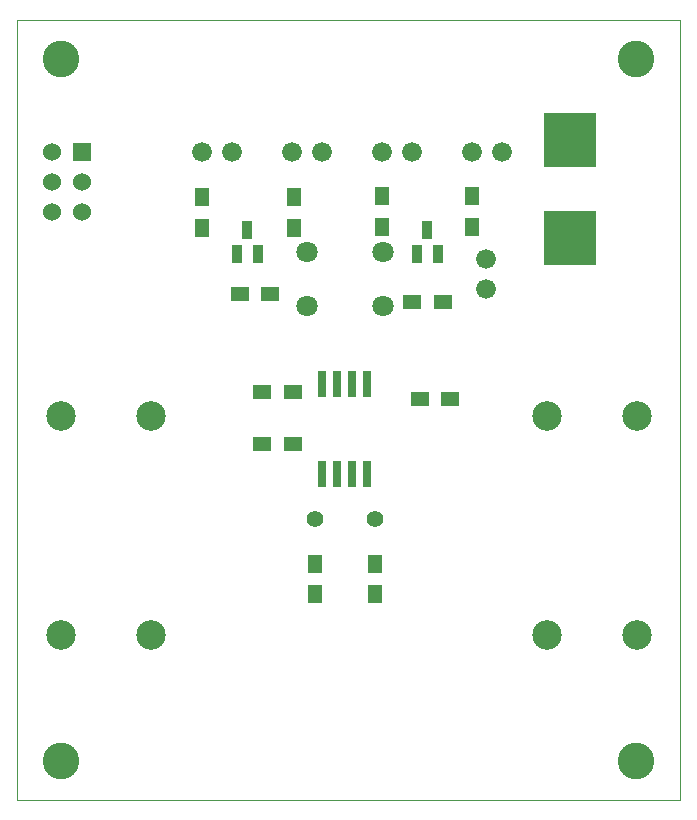
<source format=gbr>
%FSLAX46Y46*%
G04 Gerber Fmt 4.6, Leading zero omitted, Abs format (unit mm)*
G04 Created by KiCad (PCBNEW (2014-09-18 BZR 5141)-product) date Mon 13 Oct 2014 02:33:10 PM EEST*
%MOMM*%
G01*
G04 APERTURE LIST*
%ADD10C,0.150000*%
%ADD11C,0.100000*%
%ADD12R,0.914400X1.500000*%
%ADD13C,2.500000*%
%ADD14C,1.800000*%
%ADD15C,3.100000*%
%ADD16R,1.524000X1.524000*%
%ADD17C,1.524000*%
%ADD18C,1.676400*%
%ADD19C,1.422400*%
%ADD20R,0.700000X2.200000*%
%ADD21R,1.198880X1.501140*%
%ADD22R,1.501140X1.198880*%
%ADD23R,4.399280X4.549140*%
G04 APERTURE END LIST*
D10*
D11*
X89090000Y-67000000D02*
X89090000Y-133000000D01*
X145225000Y-67000000D02*
X89090000Y-67000000D01*
X145225000Y-133000000D02*
X145225000Y-67000000D01*
X89090000Y-133000000D02*
X145225000Y-133000000D01*
D12*
X124714000Y-86741000D03*
X122936000Y-86741000D03*
X123825000Y-84709000D03*
X109474000Y-86741000D03*
X107696000Y-86741000D03*
X108585000Y-84709000D03*
D13*
X133922500Y-100500000D03*
X141542500Y-100500000D03*
X92772500Y-100500000D03*
X100392500Y-100500000D03*
D14*
X113590000Y-91150000D03*
X113590000Y-86650000D03*
X120090000Y-91150000D03*
X120090000Y-86650000D03*
D15*
X92800000Y-129750000D03*
X141500000Y-129750000D03*
X92800000Y-70250000D03*
X141500000Y-70250000D03*
D16*
X94615000Y-78105000D03*
D17*
X92075000Y-78105000D03*
X94615000Y-80645000D03*
X92075000Y-80645000D03*
X94615000Y-83185000D03*
X92075000Y-83185000D03*
D18*
X128750000Y-89770000D03*
X128750000Y-87230000D03*
X107315000Y-78105000D03*
X104775000Y-78105000D03*
X114935000Y-78105000D03*
X112395000Y-78105000D03*
X122555000Y-78105000D03*
X120015000Y-78105000D03*
X130175000Y-78105000D03*
X127635000Y-78105000D03*
D19*
X114300000Y-109220000D03*
X119380000Y-109220000D03*
D20*
X114935000Y-105410000D03*
X116205000Y-105410000D03*
X117475000Y-105410000D03*
X118745000Y-105410000D03*
X118745000Y-97790000D03*
X117475000Y-97790000D03*
X116205000Y-97790000D03*
X114935000Y-97790000D03*
D13*
X100392500Y-119000000D03*
X92772500Y-119000000D03*
X141542500Y-119000000D03*
X133922500Y-119000000D03*
D21*
X127635000Y-81884520D03*
X127635000Y-84485480D03*
X120015000Y-81884520D03*
X120015000Y-84485480D03*
D22*
X122524520Y-90805000D03*
X125125480Y-90805000D03*
D21*
X112500000Y-81949520D03*
X112500000Y-84550480D03*
X104750000Y-81949520D03*
X104750000Y-84550480D03*
D22*
X107919520Y-90170000D03*
X110520480Y-90170000D03*
X109824520Y-102870000D03*
X112425480Y-102870000D03*
X125760480Y-99060000D03*
X123159520Y-99060000D03*
D21*
X114300000Y-112999520D03*
X114300000Y-115600480D03*
X119380000Y-112999520D03*
X119380000Y-115600480D03*
D22*
X112425480Y-98425000D03*
X109824520Y-98425000D03*
D23*
X135890000Y-85455760D03*
X135890000Y-77104240D03*
M02*

</source>
